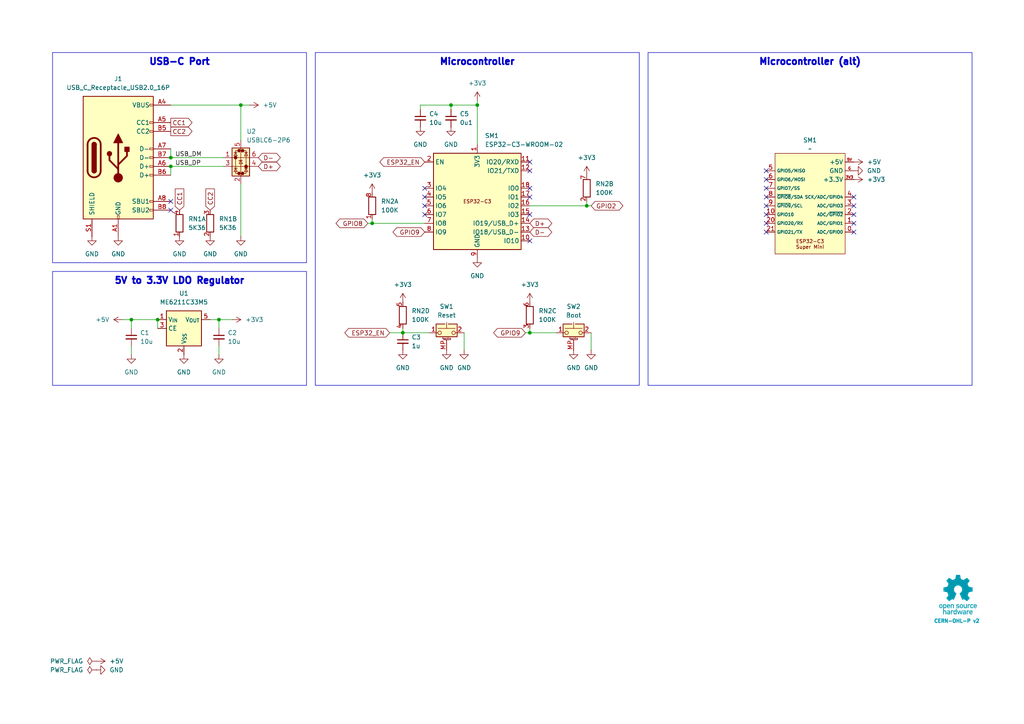
<source format=kicad_sch>
(kicad_sch (version 20231120) (generator "eeschema") (generator_version "8.0")
  (paper "A4")
  (lib_symbols
    (symbol "Device:C_Small" (pin_numbers hide) (pin_names (offset 0.254) hide)
      (property "Reference" "C" (at 0.254 1.778 0))
      (property "Value" "C_Small" (at 0.254 -2.032 0))
      (symbol "C_Small_0_1"
        (polyline (pts (xy -1.524 -0.508) (xy 1.524 -0.508)) (stroke (width 0.3302)))
        (polyline (pts (xy -1.524 0.508) (xy 1.524 0.508)) (stroke (width 0.3048)))
      )
      (symbol "C_Small_1_1"
        (pin passive line (at 0 2.54 270) (length 2.032) (name "~") (number "1"))
        (pin passive line (at 0 -2.54 90) (length 2.032) (name "~") (number "2"))
      )
    )
    (symbol "Device:R_Pack02_Split" (pin_names (offset 0) hide)
      (property "Reference" "RN" (at 2.032 0 90))
      (property "Value" "R_Pack02_Split" (at 0 0 90))
      (symbol "R_Pack02_Split_0_1"
        (rectangle (start 1.016 2.54) (end -1.016 -2.54) (stroke (width 0.254)))
      )
      (symbol "R_Pack02_Split_1_1"
        (pin passive line (at 0 -3.81 90) (length 1.27) (name "R1.1") (number "1"))
        (pin passive line (at 0 3.81 270) (length 1.27) (name "R1.2") (number "4"))
      )
      (symbol "R_Pack02_Split_2_1"
        (pin passive line (at 0 -3.81 90) (length 1.27) (name "R2.1") (number "2"))
        (pin passive line (at 0 3.81 270) (length 1.27) (name "R2.2") (number "3"))
      )
    )
    (symbol "Device:R_Pack04_Split" (pin_names (offset 0) hide)
      (property "Reference" "RN" (at 2.032 0 90))
      (property "Value" "R_Pack04_Split" (at 0 0 90))
      (symbol "R_Pack04_Split_0_1"
        (rectangle (start 1.016 2.54) (end -1.016 -2.54) (stroke (width 0.254)))
      )
      (symbol "R_Pack04_Split_1_1"
        (pin passive line (at 0 -3.81 90) (length 1.27) (name "R1.1") (number "1"))
        (pin passive line (at 0 3.81 270) (length 1.27) (name "R1.2") (number "8"))
      )
      (symbol "R_Pack04_Split_2_1"
        (pin passive line (at 0 -3.81 90) (length 1.27) (name "R2.1") (number "2"))
        (pin passive line (at 0 3.81 270) (length 1.27) (name "R2.2") (number "7"))
      )
      (symbol "R_Pack04_Split_3_1"
        (pin passive line (at 0 -3.81 90) (length 1.27) (name "R3.1") (number "3"))
        (pin passive line (at 0 3.81 270) (length 1.27) (name "R3.2") (number "6"))
      )
      (symbol "R_Pack04_Split_4_1"
        (pin passive line (at 0 -3.81 90) (length 1.27) (name "R4.1") (number "4"))
        (pin passive line (at 0 3.81 270) (length 1.27) (name "R4.2") (number "5"))
      )
    )
    (symbol "Power_Protection:USBLC6-2P6" (pin_names hide)
      (property "Reference" "U" (at 0.635 5.715 0))
      (property "Value" "USBLC6-2P6" (at 0.635 3.81 0))
      (symbol "USBLC6-2P6_0_0"
        (circle (center -1.524 0) (radius 0.0001) (stroke (width 0.508)))
        (circle (center -0.508 -4.572) (radius 0.0001) (stroke (width 0.508)))
        (circle (center -0.508 2.032) (radius 0.0001) (stroke (width 0.508)))
        (circle (center 0.508 -4.572) (radius 0.0001) (stroke (width 0.508)))
        (circle (center 0.508 2.032) (radius 0.0001) (stroke (width 0.508)))
        (circle (center 1.524 -2.54) (radius 0.0001) (stroke (width 0.508)))
      )
      (symbol "USBLC6-2P6_0_1"
        (polyline (pts (xy -2.54 -2.54) (xy 2.54 -2.54)))
        (polyline (pts (xy -2.54 0) (xy 2.54 0)))
        (polyline (pts (xy -2.032 -3.048) (xy -1.016 -3.048)))
        (polyline (pts (xy -1.016 1.524) (xy -2.032 1.524)))
        (polyline (pts (xy 1.016 -3.048) (xy 2.032 -3.048)))
        (polyline (pts (xy 1.016 1.524) (xy 2.032 1.524)))
        (polyline (pts (xy -0.508 -1.143) (xy -0.508 -0.762) (xy 0.508 -0.762)))
        (polyline (pts (xy -2.032 0.508) (xy -1.016 0.508) (xy -1.524 1.524) (xy -2.032 0.508)))
        (polyline (pts (xy -1.016 -4.064) (xy -2.032 -4.064) (xy -1.524 -3.048) (xy -1.016 -4.064)))
        (polyline (pts (xy 0.508 -1.778) (xy -0.508 -1.778) (xy 0 -0.762) (xy 0.508 -1.778)))
        (polyline (pts (xy 2.032 -4.064) (xy 1.016 -4.064) (xy 1.524 -3.048) (xy 2.032 -4.064)))
        (polyline (pts (xy 2.032 0.508) (xy 1.016 0.508) (xy 1.524 1.524) (xy 2.032 0.508)))
        (polyline (pts (xy 0 2.54) (xy -0.508 2.032) (xy 0.508 2.032) (xy 0 1.524) (xy 0 -4.064) (xy -0.508 -4.572) (xy 0.508 -4.572) (xy 0 -5.08)))
      )
      (symbol "USBLC6-2P6_1_1"
        (rectangle (start -2.54 2.794) (end 2.54 -5.334) (stroke (width 0.254)) (fill (type background)))
        (polyline (pts (xy -0.508 2.032) (xy -1.524 2.032) (xy -1.524 -4.572) (xy -0.508 -4.572)))
        (polyline (pts (xy 0.508 -4.572) (xy 1.524 -4.572) (xy 1.524 2.032) (xy 0.508 2.032)))
        (pin passive line (at -5.08 0 0) (length 2.54) (name "I/O1") (number "1"))
        (pin passive line (at 0 -7.62 90) (length 2.54) (name "GND") (number "2"))
        (pin passive line (at -5.08 -2.54 0) (length 2.54) (name "I/O2") (number "3"))
        (pin passive line (at 5.08 -2.54 180) (length 2.54) (name "I/O2") (number "4"))
        (pin passive line (at 0 5.08 270) (length 2.54) (name "VBUS") (number "5"))
        (pin passive line (at 5.08 0 180) (length 2.54) (name "I/O1") (number "6"))
      )
    )
    (symbol "Regulator_Linear:ME6211C33M5"
      (property "Reference" "U" (at -4.572 6.35 0))
      (property "Value" "ME6211C33M5" (at 10.16 8.636 0))
      (symbol "ME6211C33M5_1_1"
        (rectangle (start -5.08 5.08) (end 5.08 -5.08) (stroke (width 0.254)) (fill (type background)))
        (pin power_in line (at -7.62 2.54 0) (length 2.54) (name "V_{IN}") (number "1"))
        (pin power_in line (at 0 -7.62 90) (length 2.54) (name "V_{SS}") (number "2"))
        (pin input line (at -7.62 0 0) (length 2.54) (name "CE") (number "3"))
        (pin no_connect line (at 5.08 0 180) (length 2.54) hide (name "NC") (number "4"))
        (pin power_out line (at 7.62 2.54 180) (length 2.54) (name "V_{OUT}") (number "5"))
      )
    )
    (symbol "connector:USB_C_Receptacle_USB2.0_16P_SHOU-HAN_2MD" (pin_names (offset 1.016))
      (property "Reference" "J" (at 0 22.225 0))
      (property "Value" "USB_C_Receptacle_USB2.0_16P" (at 0 19.685 0))
      (symbol "USB_C_Receptacle_USB2.0_16P_SHOU-HAN_2MD_0_0"
        (rectangle (start -0.254 -17.78) (end 0.254 -16.764))
        (rectangle (start 10.16 -14.986) (end 9.144 -15.494))
        (rectangle (start 10.16 -12.446) (end 9.144 -12.954))
        (rectangle (start 10.16 -4.826) (end 9.144 -5.334))
        (rectangle (start 10.16 -2.286) (end 9.144 -2.794))
        (rectangle (start 10.16 0.254) (end 9.144 -0.254))
        (rectangle (start 10.16 2.794) (end 9.144 2.286))
        (rectangle (start 10.16 7.874) (end 9.144 7.366))
        (rectangle (start 10.16 10.414) (end 9.144 9.906))
        (rectangle (start 10.16 15.494) (end 9.144 14.986))
      )
      (symbol "USB_C_Receptacle_USB2.0_16P_SHOU-HAN_2MD_0_1"
        (rectangle (start -10.16 17.78) (end 10.16 -17.78) (stroke (width 0.254)) (fill (type background)))
        (arc (start -8.89 -3.81) (mid -6.985 -5.7067) (end -5.08 -3.81) (stroke (width 0.508)))
        (arc (start -7.62 -3.81) (mid -6.985 -4.4423) (end -6.35 -3.81) (stroke (width 0.254)))
        (arc (start -7.62 -3.81) (mid -6.985 -4.4423) (end -6.35 -3.81) (stroke (width 0.254)) (fill (type outline)))
        (rectangle (start -7.62 -3.81) (end -6.35 3.81) (stroke (width 0.254)) (fill (type outline)))
        (arc (start -6.35 3.81) (mid -6.985 4.4423) (end -7.62 3.81) (stroke (width 0.254)))
        (arc (start -6.35 3.81) (mid -6.985 4.4423) (end -7.62 3.81) (stroke (width 0.254)) (fill (type outline)))
        (arc (start -5.08 3.81) (mid -6.985 5.7067) (end -8.89 3.81) (stroke (width 0.508)))
        (circle (center -2.54 1.143) (radius 0.635) (stroke (width 0.254)) (fill (type outline)))
        (circle (center 0 -5.842) (radius 1.27) (fill (type outline)))
        (polyline (pts (xy -8.89 -3.81) (xy -8.89 3.81)) (stroke (width 0.508)))
        (polyline (pts (xy -5.08 3.81) (xy -5.08 -3.81)) (stroke (width 0.508)))
        (polyline (pts (xy 0 -5.842) (xy 0 4.318)) (stroke (width 0.508)))
        (polyline (pts (xy 0 -3.302) (xy -2.54 -0.762) (xy -2.54 0.508)) (stroke (width 0.508)))
        (polyline (pts (xy 0 -2.032) (xy 2.54 0.508) (xy 2.54 1.778)) (stroke (width 0.508)))
        (polyline (pts (xy -1.27 4.318) (xy 0 6.858) (xy 1.27 4.318) (xy -1.27 4.318)) (stroke (width 0.254)) (fill (type outline)))
        (rectangle (start 1.905 1.778) (end 3.175 3.048) (stroke (width 0.254)) (fill (type outline)))
      )
      (symbol "USB_C_Receptacle_USB2.0_16P_SHOU-HAN_2MD_1_1"
        (pin passive line (at 0 -22.86 90) (length 5.08) (name "GND") (number "A1"))
        (pin passive line (at 0 -22.86 90) (length 5.08) hide (name "GND") (number "A12"))
        (pin passive line (at 15.24 15.24 180) (length 5.08) (name "VBUS") (number "A4"))
        (pin bidirectional line (at 15.24 10.16 180) (length 5.08) (name "CC1") (number "A5"))
        (pin bidirectional line (at 15.24 -2.54 180) (length 5.08) (name "D+") (number "A6"))
        (pin bidirectional line (at 15.24 2.54 180) (length 5.08) (name "D-") (number "A7"))
        (pin bidirectional line (at 15.24 -12.7 180) (length 5.08) (name "SBU1") (number "A8"))
        (pin passive line (at 15.24 15.24 180) (length 5.08) hide (name "VBUS") (number "A9"))
        (pin passive line (at 0 -22.86 90) (length 5.08) hide (name "GND") (number "B1"))
        (pin passive line (at 0 -22.86 90) (length 5.08) hide (name "GND") (number "B12"))
        (pin passive line (at 15.24 15.24 180) (length 5.08) hide (name "VBUS") (number "B4"))
        (pin bidirectional line (at 15.24 7.62 180) (length 5.08) (name "CC2") (number "B5"))
        (pin bidirectional line (at 15.24 -5.08 180) (length 5.08) (name "D+") (number "B6"))
        (pin bidirectional line (at 15.24 0 180) (length 5.08) (name "D-") (number "B7"))
        (pin bidirectional line (at 15.24 -15.24 180) (length 5.08) (name "SBU2") (number "B8"))
        (pin passive line (at 15.24 15.24 180) (length 5.08) hide (name "VBUS") (number "B9"))
        (pin passive line (at -7.62 -22.86 90) (length 5.08) (name "SHIELD") (number "S1"))
      )
    )
    (symbol "electromechanical:SW_Push_MountingPin" (pin_names (offset 1.016) hide)
      (property "Reference" "SW" (at 4.318 2.032 0))
      (property "Value" "SW_Push_MountingPin" (at 0 4.572 0))
      (symbol "SW_Push_MountingPin_0_1"
        (circle (center -2.032 0) (radius 0.508))
        (polyline (pts (xy 0 1.27) (xy 0 3.048)))
        (polyline (pts (xy 2.54 1.27) (xy -2.54 1.27)))
        (polyline (pts (xy 0.508 2.54) (xy 3.048 2.54) (xy 3.048 -1.143) (xy -3.048 -1.143) (xy -3.048 2.54) (xy -0.508 2.54)) (stroke (width -0.0254)))
        (polyline (pts (xy 0.508 2.54) (xy 3.048 2.54) (xy 3.048 -1.143) (xy -3.048 -1.143) (xy -3.048 2.54) (xy -0.508 2.54)) (stroke (width 0.254)))
        (circle (center 2.032 0) (radius 0.508))
        (pin passive line (at -5.08 0 0) (length 2.54) (name "1") (number "1"))
        (pin passive line (at 5.08 0 180) (length 2.54) (name "2") (number "2"))
      )
      (symbol "SW_Push_MountingPin_1_1"
        (rectangle (start -3.048 2.54) (end 3.048 -1.27) (stroke (width -0.0254)) (fill (type background)))
        (polyline (pts (xy -1.016 -2.032) (xy 1.016 -2.032)) (stroke (width 0.1524)))
        (text "Mounting" (at 0 -1.651 0) (effects (font (size 0.381 0.381))))
        (pin passive line (at 0 -5.08 90) (length 3.048) (name "MountPin") (number "MP"))
      )
    )
    (symbol "module:ESP32-C3-Super-Mini"
      (property "Reference" "SM" (at 0 18.288 0))
      (symbol "ESP32-C3-Super-Mini_0_1"
        (rectangle (start -10.16 13.97) (end 10.16 -15.24) (fill (type background)))
      )
      (symbol "ESP32-C3-Super-Mini_1_1"
        (text_box "ESP32-C3\nSuper Mini" (at -7.62 -10.16 0) (size 15.24 -5.08) (stroke (width -0.0001)) (effects (font (size 1.016 1.016)) (justify top)))
        (pin passive line (at 12.7 -8.89 180) (length 2.54) (name "ADC/GPIO0") (number "0"))
        (pin passive line (at 12.7 -6.35 180) (length 2.54) (name "ADC/GPIO1") (number "1"))
        (pin passive line (at -12.7 -3.81 0) (length 2.54) (name "GPIO10") (number "10"))
        (pin passive line (at 12.7 -3.81 180) (length 2.54) (name "ADC/~{GPIO2}") (number "2"))
        (pin passive line (at -12.7 -6.35 0) (length 2.54) (name "GPIO20/RX") (number "20"))
        (pin passive line (at -12.7 -8.89 0) (length 2.54) (name "GPIO21/TX") (number "21"))
        (pin passive line (at 12.7 -1.27 180) (length 2.54) (name "ADC/GPIO3") (number "3"))
        (pin power_in line (at 12.7 6.35 180) (length 2.54) (name "+3.3V") (number "3V3"))
        (pin passive line (at 12.7 1.27 180) (length 2.54) (name "SCK/ADC/GPIO4") (number "4"))
        (pin passive line (at -12.7 8.89 0) (length 2.54) (name "GPIO5/MISO") (number "5"))
        (pin power_in line (at 12.7 11.43 180) (length 2.54) (name "+5V") (number "5V"))
        (pin passive line (at -12.7 6.35 0) (length 2.54) (name "GPIO6/MOSI") (number "6"))
        (pin passive line (at -12.7 3.81 0) (length 2.54) (name "GPIO7/SS") (number "7"))
        (pin passive line (at -12.7 1.27 0) (length 2.54) (name "~{GPIO8}/SDA") (number "8"))
        (pin passive line (at -12.7 -1.27 0) (length 2.54) (name "~{GPIO9}/SCL") (number "9"))
        (pin power_in line (at 12.7 8.89 180) (length 2.54) (name "GND") (number "G"))
      )
    )
    (symbol "module:ESP32-C3-WROOM-02"
      (property "Reference" "SM" (at -12.192 14.986 0))
      (property "Value" "ESP32-C3-WROOM-02" (at 12.192 14.986 0))
      (symbol "ESP32-C3-WROOM-02_1_1"
        (rectangle (start -12.7 13.97) (end 12.7 -13.97) (stroke (width 0.254)) (fill (type background)))
        (text_box "ESP32-C3" (at -7.62 2.54 0) (size 15.24 -5.08) (stroke (width -0.0001)) (effects (font (size 1.016 1.016))))
        (pin power_in line (at 0 16.51 270) (length 2.54) (name "3V3") (number "1"))
        (pin bidirectional line (at 15.24 -11.43 180) (length 2.54) (name "IO10") (number "10"))
        (pin bidirectional line (at 15.24 11.43 180) (length 2.54) (name "IO20/RXD") (number "11"))
        (pin bidirectional line (at 15.24 8.89 180) (length 2.54) (name "IO21/TXD") (number "12"))
        (pin bidirectional line (at 15.24 -8.89 180) (length 2.54) (name "IO18/USB_D-") (number "13"))
        (pin bidirectional line (at 15.24 -6.35 180) (length 2.54) (name "IO19/USB_D+") (number "14"))
        (pin bidirectional line (at 15.24 -3.81 180) (length 2.54) (name "IO3") (number "15"))
        (pin bidirectional line (at 15.24 -1.27 180) (length 2.54) (name "IO2") (number "16"))
        (pin bidirectional line (at 15.24 1.27 180) (length 2.54) (name "IO1") (number "17"))
        (pin bidirectional line (at 15.24 3.81 180) (length 2.54) (name "IO0") (number "18"))
        (pin passive line (at 0 -16.51 90) (length 2.54) hide (name "GND") (number "19"))
        (pin input line (at -15.24 11.43 0) (length 2.54) (name "EN") (number "2"))
        (pin bidirectional line (at -15.24 3.81 0) (length 2.54) (name "IO4") (number "3"))
        (pin bidirectional line (at -15.24 1.27 0) (length 2.54) (name "IO5") (number "4"))
        (pin bidirectional line (at -15.24 -1.27 0) (length 2.54) (name "IO6") (number "5"))
        (pin bidirectional line (at -15.24 -3.81 0) (length 2.54) (name "IO7") (number "6"))
        (pin bidirectional line (at -15.24 -6.35 0) (length 2.54) (name "IO8") (number "7"))
        (pin bidirectional line (at -15.24 -8.89 0) (length 2.54) (name "IO9") (number "8"))
        (pin power_in line (at 0 -16.51 90) (length 2.54) (name "GND") (number "9"))
      )
    )
    (symbol "power:GND" (power) (pin_numbers hide) (pin_names (offset 0) hide)
      (property "Value" "GND" (at 0 -3.81 0))
      (symbol "GND_0_1"
        (polyline (pts (xy 0 0) (xy 0 -1.27) (xy 1.27 -1.27) (xy 0 -2.54) (xy -1.27 -1.27) (xy 0 -1.27)))
      )
      (symbol "GND_1_1"
        (pin power_in line (at 0 0 270) (length 0) (name "~") (number "1"))
      )
    )
    (symbol "power:PWR_FLAG" (power) (pin_numbers hide) (pin_names (offset 0) hide)
      (property "Value" "PWR_FLAG" (at 0 3.81 0))
      (symbol "PWR_FLAG_0_0"
        (pin power_out line (at 0 0 90) (length 0) (name "~") (number "1"))
      )
      (symbol "PWR_FLAG_0_1"
        (polyline (pts (xy 0 0) (xy 0 1.27) (xy -1.016 1.905) (xy 0 2.54) (xy 1.016 1.905) (xy 0 1.27)))
      )
    )
    (symbol "power:VCC" (power) (pin_numbers hide) (pin_names (offset 0) hide)
      (property "Value" "VCC" (at 0 3.556 0))
      (symbol "VCC_0_1"
        (polyline (pts (xy -0.762 1.27) (xy 0 2.54)))
        (polyline (pts (xy 0 0) (xy 0 2.54)))
        (polyline (pts (xy 0 2.54) (xy 0.762 1.27)))
      )
      (symbol "VCC_1_1"
        (pin power_in line (at 0 0 90) (length 0) (name "~") (number "1"))
      )
    )
  )
  (junction (at 153.67 96.52))
  (junction (at 116.84 96.52))
  (junction (at 130.81 30.48))
  (junction (at 38.1 92.71))
  (junction (at 69.85 30.48))
  (junction (at 49.53 48.26))
  (junction (at 63.5 92.71))
  (junction (at 138.43 30.48))
  (junction (at 45.72 92.71))
  (junction (at 49.53 45.72))
  (junction (at 107.95 64.77))
  (junction (at 170.18 59.69))
  (no_connect (at 153.67 69.85))
  (no_connect (at 247.65 62.23))
  (no_connect (at 153.67 49.53))
  (no_connect (at 49.53 58.42))
  (no_connect (at 153.67 57.15))
  (no_connect (at 153.67 46.99))
  (no_connect (at 123.19 59.69))
  (no_connect (at 247.65 57.15))
  (no_connect (at 222.25 49.53))
  (no_connect (at 49.53 60.96))
  (no_connect (at 222.25 62.23))
  (no_connect (at 222.25 67.31))
  (no_connect (at 153.67 62.23))
  (no_connect (at 222.25 59.69))
  (no_connect (at 247.65 64.77))
  (no_connect (at 123.19 54.61))
  (no_connect (at 222.25 52.07))
  (no_connect (at 222.25 64.77))
  (no_connect (at 247.65 67.31))
  (no_connect (at 153.67 54.61))
  (no_connect (at 222.25 57.15))
  (no_connect (at 247.65 59.69))
  (no_connect (at 123.19 57.15))
  (no_connect (at 222.25 54.61))
  (no_connect (at 123.19 62.23))
  (wire (pts (xy 113.03 96.52) (xy 116.84 96.52)))
  (wire (pts (xy 138.43 30.48) (xy 138.43 41.91)))
  (wire (pts (xy 69.85 68.58) (xy 69.85 53.34)))
  (wire (pts (xy 64.77 45.72) (xy 49.53 45.72)))
  (wire (pts (xy 116.84 95.25) (xy 116.84 96.52)))
  (wire (pts (xy 153.67 59.69) (xy 170.18 59.69)))
  (wire (pts (xy 72.39 30.48) (xy 69.85 30.48)))
  (wire (pts (xy 106.68 64.77) (xy 107.95 64.77)))
  (wire (pts (xy 170.18 58.42) (xy 170.18 59.69)))
  (wire (pts (xy 38.1 100.33) (xy 38.1 102.87)))
  (wire (pts (xy 130.81 30.48) (xy 138.43 30.48)))
  (wire (pts (xy 63.5 100.33) (xy 63.5 102.87)))
  (wire (pts (xy 49.53 30.48) (xy 69.85 30.48)))
  (wire (pts (xy 63.5 95.25) (xy 63.5 92.71)))
  (wire (pts (xy 69.85 30.48) (xy 69.85 40.64)))
  (wire (pts (xy 38.1 92.71) (xy 35.56 92.71)))
  (wire (pts (xy 45.72 92.71) (xy 45.72 95.25)))
  (wire (pts (xy 170.18 59.69) (xy 171.45 59.69)))
  (wire (pts (xy 38.1 95.25) (xy 38.1 92.71)))
  (wire (pts (xy 121.92 30.48) (xy 130.81 30.48)))
  (wire (pts (xy 116.84 96.52) (xy 124.46 96.52)))
  (wire (pts (xy 121.92 31.75) (xy 121.92 30.48)))
  (wire (pts (xy 171.45 101.6) (xy 171.45 96.52)))
  (wire (pts (xy 107.95 64.77) (xy 123.19 64.77)))
  (wire (pts (xy 38.1 92.71) (xy 45.72 92.71)))
  (wire (pts (xy 64.77 48.26) (xy 49.53 48.26)))
  (wire (pts (xy 134.62 101.6) (xy 134.62 96.52)))
  (wire (pts (xy 49.53 48.26) (xy 49.53 50.8)))
  (wire (pts (xy 67.31 92.71) (xy 63.5 92.71)))
  (wire (pts (xy 130.81 30.48) (xy 130.81 31.75)))
  (wire (pts (xy 153.67 96.52) (xy 161.29 96.52)))
  (wire (pts (xy 153.67 95.25) (xy 153.67 96.52)))
  (wire (pts (xy 49.53 43.18) (xy 49.53 45.72)))
  (wire (pts (xy 138.43 30.48) (xy 138.43 29.21)))
  (wire (pts (xy 107.95 63.5) (xy 107.95 64.77)))
  (wire (pts (xy 152.4 96.52) (xy 153.67 96.52)))
  (wire (pts (xy 63.5 92.71) (xy 60.96 92.71)))
  (image (at 277.876 172.466) (scale 0.1691))
  (text_box "5V to 3.3V LDO Regulator" (at 15.24 78.74 0) (size 73.66 33.02) (effects (font (size 1.905 1.905) (thickness 0.508) (bold yes)) (justify top)))
  (text_box "USB-C Port" (at 15.24 15.24 0) (size 73.66 60.96) (effects (font (size 1.905 1.905) (thickness 0.508) (bold yes)) (justify top)))
  (text_box "Microcontroller" (at 91.44 15.24 0) (size 93.98 96.52) (effects (font (size 1.905 1.905) (thickness 0.508) (bold yes)) (justify top)))
  (text_box "Microcontroller (alt)" (at 187.96 15.24 0) (size 93.98 96.52) (effects (font (size 1.905 1.905) (thickness 0.508) (bold yes)) (justify top)))
  (text "CERN-OHL-P v2" (at 277.495 180.34 0) (effects (font (size 1.016 1.016) (thickness 0.4) (bold yes))))
  (label "USB_DM" (at 50.8 45.72 0))
  (label "USB_DP" (at 50.8 48.26 0))
  (global_label "GPIO9" (shape bidirectional) (at 152.4 96.52 180) (property "Intersheetrefs" "${INTERSHEET_REFS}" (effects (hide yes))))
  (global_label "CC1" (shape input) (at 52.07 60.96 90) (property "Intersheetrefs" "${INTERSHEET_REFS}" (effects (hide yes))))
  (global_label "CC1" (shape output) (at 49.53 35.56 0) (property "Intersheetrefs" "${INTERSHEET_REFS}" (effects (hide yes))))
  (global_label "GPIO2" (shape bidirectional) (at 171.45 59.69 0) (property "Intersheetrefs" "${INTERSHEET_REFS}" (effects (hide yes))))
  (global_label "CC2" (shape output) (at 49.53 38.1 0) (property "Intersheetrefs" "${INTERSHEET_REFS}" (effects (hide yes))))
  (global_label "ESP32_EN" (shape bidirectional) (at 113.03 96.52 180) (property "Intersheetrefs" "${INTERSHEET_REFS}" (effects (hide yes))))
  (global_label "GPIO8" (shape bidirectional) (at 106.68 64.77 180) (property "Intersheetrefs" "${INTERSHEET_REFS}" (effects (hide yes))))
  (global_label "D-" (shape bidirectional) (at 153.67 67.31 0) (property "Intersheetrefs" "${INTERSHEET_REFS}" (effects (hide yes))))
  (global_label "ESP32_EN" (shape bidirectional) (at 123.19 46.99 180) (property "Intersheetrefs" "${INTERSHEET_REFS}" (effects (hide yes))))
  (global_label "GPIO9" (shape bidirectional) (at 123.19 67.31 180) (property "Intersheetrefs" "${INTERSHEET_REFS}" (effects (hide yes))))
  (global_label "D+" (shape bidirectional) (at 153.67 64.77 0) (property "Intersheetrefs" "${INTERSHEET_REFS}" (effects (hide yes))))
  (global_label "CC2" (shape input) (at 60.96 60.96 90) (property "Intersheetrefs" "${INTERSHEET_REFS}" (effects (hide yes))))
  (global_label "D-" (shape bidirectional) (at 74.93 45.72 0) (property "Intersheetrefs" "${INTERSHEET_REFS}" (effects (hide yes))))
  (global_label "D+" (shape bidirectional) (at 74.93 48.26 0) (property "Intersheetrefs" "${INTERSHEET_REFS}" (effects (hide yes))))
  (symbol (lib_id "Device:C_Small") (at 130.81 34.29 0) (unit 1)
    (property "Reference" "C5" (at 133.35 33.0262 0) (effects (justify left)))
    (property "Value" "0u1" (at 133.35 35.5662 0) (effects (justify left)))
    (property "Footprint" "discrete:C_0402_1005Metric" (effects (hide yes)))
    (property "Description" "Unpolarized capacitor, small symbol" (effects (hide yes)))
  )
  (symbol (lib_id "power:GND") (at 69.85 68.58 0) (unit 1)
    (property "Reference" "#PWR013" (effects (hide yes)))
    (property "Value" "GND" (at 69.85 73.66 0))
    (property "Description" "Power symbol creates a global label with name \"GND\" , ground" (effects (hide yes)))
  )
  (symbol (lib_id "power:VCC") (at 170.18 50.8 0) (unit 1)
    (property "Reference" "#PWR026" (effects (hide yes)))
    (property "Value" "+3V3" (at 170.18 45.72 0))
    (property "Description" "Power symbol creates a global label with name \"VCC\"" (effects (hide yes)))
  )
  (symbol (lib_id "power:VCC") (at 35.56 92.71 90) (unit 1)
    (property "Reference" "#PWR06" (effects (hide yes)))
    (property "Value" "+5V" (at 31.75 92.7099 90) (effects (justify left)))
    (property "Description" "Power symbol creates a global label with name \"VCC\"" (effects (hide yes)))
  )
  (symbol (lib_id "power:GND") (at 171.45 101.6 0) (unit 1)
    (property "Reference" "#PWR027" (effects (hide yes)))
    (property "Value" "GND" (at 171.45 106.68 0))
    (property "Description" "Power symbol creates a global label with name \"GND\" , ground" (effects (hide yes)))
  )
  (symbol (lib_id "Device:C_Small") (at 38.1 97.79 0) (unit 1)
    (property "Reference" "C1" (at 40.64 96.5262 0) (effects (justify left)))
    (property "Value" "10u" (at 40.64 99.0662 0) (effects (justify left)))
    (property "Footprint" "discrete:C_0402_1005Metric" (effects (hide yes)))
    (property "Description" "Unpolarized capacitor, small symbol" (effects (hide yes)))
  )
  (symbol (lib_id "power:GND") (at 63.5 102.87 0) (unit 1)
    (property "Reference" "#PWR011" (effects (hide yes)))
    (property "Value" "GND" (at 63.5 107.95 0))
    (property "Description" "Power symbol creates a global label with name \"GND\" , ground" (effects (hide yes)))
  )
  (symbol (lib_id "module:ESP32-C3-Super-Mini") (at 234.95 58.42 0) (unit 1)
    (property "Reference" "SM1" (at 234.95 40.64 0))
    (property "Value" "~" (at 234.95 43.18 0))
    (property "Footprint" "module:ESP32-C3-Super-Mini-Pins" (effects (hide yes)))
  )
  (symbol (lib_id "power:GND") (at 38.1 102.87 0) (unit 1)
    (property "Reference" "#PWR07" (effects (hide yes)))
    (property "Value" "GND" (at 38.1 107.95 0))
    (property "Description" "Power symbol creates a global label with name \"GND\" , ground" (effects (hide yes)))
  )
  (symbol (lib_id "power:GND") (at 121.92 36.83 0) (unit 1)
    (property "Reference" "#PWR018" (effects (hide yes)))
    (property "Value" "GND" (at 121.92 41.91 0))
    (property "Description" "Power symbol creates a global label with name \"GND\" , ground" (effects (hide yes)))
  )
  (symbol (lib_id "Regulator_Linear:ME6211C33M5") (at 53.34 95.25 0) (unit 1)
    (property "Reference" "U1" (at 53.34 85.09 0))
    (property "Value" "ME6211C33M5" (at 53.34 87.63 0))
    (property "Footprint" "Package_TO_SOT_SMD:SOT-23-5" (effects (hide yes)))
    (property "Datasheet" "https://www.lcsc.com/datasheet/lcsc_datasheet_2304140030_MICRONE-Nanjing-Micro-One-Elec-ME6211C33R5G_C235316.pdf" (effects (hide yes)))
    (property "Description" "500mA low dropout linear regulator, shutdown pin, 6.5V max input voltage, 3.3V fixed positive output, SOT-23-5" (effects (hide yes)))
  )
  (symbol (lib_id "power:GND") (at 166.37 101.6 0) (unit 1)
    (property "Reference" "#PWR025" (effects (hide yes)))
    (property "Value" "GND" (at 166.37 106.68 0))
    (property "Description" "Power symbol creates a global label with name \"GND\" , ground" (effects (hide yes)))
  )
  (symbol (lib_id "electromechanical:SW_Push_MountingPin") (at 166.37 96.52 0) (unit 1)
    (property "Reference" "SW2" (at 166.37 88.9 0))
    (property "Value" "Boot" (at 166.37 91.44 0))
    (property "Footprint" "electromechanical:SW_Push_1P1T_NO_3.3x3.3mm_MP" (effects (hide yes)))
    (property "Description" "Generic push-button switch, two contact pins and mounting pin(s)" (effects (hide yes)))
  )
  (symbol (lib_id "power:VCC") (at 247.65 46.99 270) (unit 1)
    (property "Reference" "#PWR028" (effects (hide yes)))
    (property "Value" "+5V" (at 251.46 46.9899 90) (effects (justify left)))
    (property "Description" "Power symbol creates a global label with name \"VCC\"" (effects (hide yes)))
  )
  (symbol (lib_id "power:VCC") (at 247.65 52.07 270) (unit 1)
    (property "Reference" "#PWR01" (effects (hide yes)))
    (property "Value" "+3V3" (at 251.46 52.0699 90) (effects (justify left)))
    (property "Description" "Power symbol creates a global label with name \"VCC\"" (effects (hide yes)))
  )
  (symbol (lib_id "connector:USB_C_Receptacle_USB2.0_16P_SHOU-HAN_2MD") (at 34.29 45.72 0) (unit 1)
    (property "Reference" "J1" (at 34.29 22.86 0))
    (property "Value" "USB_C_Receptacle_USB2.0_16P" (at 34.29 25.4 0))
    (property "Footprint" "connector:USB_C_Receptacle_GCT_USB4105-xx-A_16P_TopMnt_Horizontal" (effects (hide yes)))
    (property "Datasheet" "https://www.lcsc.com/datasheet/lcsc_datasheet_2111231930_SHOU-HAN-TYPE-C-16PIN-2MD-073_C2765186.pdf" (effects (hide yes)))
    (property "Description" "USB 2.0-only 16P Type-C Receptacle connector, 5 amps" (effects (hide yes)))
    (property "LCSC Part" "C2765186" (effects (hide yes)))
  )
  (symbol (lib_id "power:GND") (at 27.94 194.31 90) (unit 1)
    (property "Reference" "#PWR02" (effects (hide yes)))
    (property "Value" "GND" (at 31.75 194.3099 90) (effects (justify right)))
    (property "Description" "Power symbol creates a global label with name \"GND\" , ground" (effects (hide yes)))
  )
  (symbol (lib_id "power:GND") (at 247.65 49.53 90) (unit 1)
    (property "Reference" "#PWR029" (effects (hide yes)))
    (property "Value" "GND" (at 251.46 49.5299 90) (effects (justify right)))
    (property "Description" "Power symbol creates a global label with name \"GND\" , ground" (effects (hide yes)))
  )
  (symbol (lib_id "power:GND") (at 138.43 74.93 0) (unit 1)
    (property "Reference" "#PWR023" (effects (hide yes)))
    (property "Value" "GND" (at 138.43 80.01 0))
    (property "Description" "Power symbol creates a global label with name \"GND\" , ground" (effects (hide yes)))
  )
  (symbol (lib_id "power:VCC") (at 67.31 92.71 270) (unit 1)
    (property "Reference" "#PWR012" (effects (hide yes)))
    (property "Value" "+3V3" (at 71.12 92.7099 90) (effects (justify left)))
    (property "Description" "Power symbol creates a global label with name \"VCC\"" (effects (hide yes)))
  )
  (symbol (lib_id "power:GND") (at 134.62 101.6 0) (unit 1)
    (property "Reference" "#PWR021" (effects (hide yes)))
    (property "Value" "GND" (at 134.62 106.68 0))
    (property "Description" "Power symbol creates a global label with name \"GND\" , ground" (effects (hide yes)))
  )
  (symbol (lib_id "Device:R_Pack04_Split") (at 116.84 91.44 0) (unit 4)
    (property "Reference" "RN2" (at 119.38 90.1699 0) (effects (justify left)))
    (property "Value" "100K" (at 119.38 92.7099 0) (effects (justify left)))
    (property "Footprint" "Resistor_SMD:R_Array_Convex_4x0402" (effects (hide yes)))
    (property "Description" "4 resistor network, parallel topology, split" (effects (hide yes)))
  )
  (symbol (lib_id "power:VCC") (at 27.94 191.77 270) (unit 1)
    (property "Reference" "#PWR03" (effects (hide yes)))
    (property "Value" "+5V" (at 31.75 191.7699 90) (effects (justify left)))
    (property "Description" "Power symbol creates a global label with name \"VCC\"" (effects (hide yes)))
  )
  (symbol (lib_id "Device:R_Pack02_Split") (at 60.96 64.77 0) (unit 2)
    (property "Reference" "RN1" (at 63.5 63.4999 0) (effects (justify left)))
    (property "Value" "5K36" (at 63.5 66.0399 0) (effects (justify left)))
    (property "Footprint" "Resistor_SMD:R_Array_Convex_2x0402" (effects (hide yes)))
    (property "Description" "2 resistor network, parallel topology, split" (effects (hide yes)))
  )
  (symbol (lib_id "power:VCC") (at 153.67 87.63 0) (unit 1)
    (property "Reference" "#PWR024" (effects (hide yes)))
    (property "Value" "+3V3" (at 153.67 82.55 0))
    (property "Description" "Power symbol creates a global label with name \"VCC\"" (effects (hide yes)))
  )
  (symbol (lib_id "power:PWR_FLAG") (at 27.94 191.77 90) (unit 1)
    (property "Reference" "#FLG03" (effects (hide yes)))
    (property "Value" "PWR_FLAG" (at 24.13 191.7699 90) (effects (justify left)))
    (property "Description" "Special symbol for telling ERC where power comes from" (effects (hide yes)))
  )
  (symbol (lib_id "power:GND") (at 130.81 36.83 0) (unit 1)
    (property "Reference" "#PWR020" (effects (hide yes)))
    (property "Value" "GND" (at 130.81 41.91 0))
    (property "Description" "Power symbol creates a global label with name \"GND\" , ground" (effects (hide yes)))
  )
  (symbol (lib_id "power:GND") (at 34.29 68.58 0) (unit 1)
    (property "Reference" "#PWR05" (effects (hide yes)))
    (property "Value" "GND" (at 34.29 73.66 0))
    (property "Description" "Power symbol creates a global label with name \"GND\" , ground" (effects (hide yes)))
  )
  (symbol (lib_id "power:GND") (at 52.07 68.58 0) (unit 1)
    (property "Reference" "#PWR08" (effects (hide yes)))
    (property "Value" "GND" (at 52.07 73.66 0))
    (property "Description" "Power symbol creates a global label with name \"GND\" , ground" (effects (hide yes)))
  )
  (symbol (lib_id "module:ESP32-C3-WROOM-02") (at 138.43 58.42 0) (unit 1)
    (property "Reference" "SM1" (at 140.6241 39.37 0) (effects (justify left)))
    (property "Value" "ESP32-C3-WROOM-02" (at 140.6241 41.91 0) (effects (justify left)))
    (property "Footprint" "module:ESP32-C3-WROOM-02" (effects (hide yes)))
    (property "Datasheet" "https://www.espressif.com/sites/default/files/documentation/esp32-c3-wroom-02_datasheet_en.pdf" (effects (hide yes)))
    (property "Description" "802.11 b/g/n Wi­Fi and Bluetooth 5 module, ESP32­C3 SoC, RISC­V microprocessor, On-board antenna" (effects (hide yes)))
  )
  (symbol (lib_id "Device:C_Small") (at 63.5 97.79 0) (unit 1)
    (property "Reference" "C2" (at 66.04 96.5262 0) (effects (justify left)))
    (property "Value" "10u" (at 66.04 99.0662 0) (effects (justify left)))
    (property "Footprint" "discrete:C_0402_1005Metric" (effects (hide yes)))
    (property "Description" "Unpolarized capacitor, small symbol" (effects (hide yes)))
  )
  (symbol (lib_id "power:VCC") (at 72.39 30.48 270) (unit 1)
    (property "Reference" "#PWR014" (effects (hide yes)))
    (property "Value" "+5V" (at 76.2 30.4799 90) (effects (justify left)))
    (property "Description" "Power symbol creates a global label with name \"VCC\"" (effects (hide yes)))
  )
  (symbol (lib_id "power:GND") (at 60.96 68.58 0) (unit 1)
    (property "Reference" "#PWR010" (effects (hide yes)))
    (property "Value" "GND" (at 60.96 73.66 0))
    (property "Description" "Power symbol creates a global label with name \"GND\" , ground" (effects (hide yes)))
  )
  (symbol (lib_id "power:GND") (at 116.84 101.6 0) (unit 1)
    (property "Reference" "#PWR017" (effects (hide yes)))
    (property "Value" "GND" (at 116.84 106.68 0))
    (property "Description" "Power symbol creates a global label with name \"GND\" , ground" (effects (hide yes)))
  )
  (symbol (lib_id "Device:R_Pack04_Split") (at 170.18 54.61 0) (unit 2)
    (property "Reference" "RN2" (at 172.72 53.3399 0) (effects (justify left)))
    (property "Value" "100K" (at 172.72 55.8799 0) (effects (justify left)))
    (property "Footprint" "Resistor_SMD:R_Array_Convex_4x0402" (effects (hide yes)))
    (property "Description" "4 resistor network, parallel topology, split" (effects (hide yes)))
  )
  (symbol (lib_id "Power_Protection:USBLC6-2P6") (at 69.85 45.72 0) (unit 1)
    (property "Reference" "U2" (at 71.5011 38.1 0) (effects (justify left)))
    (property "Value" "USBLC6-2P6" (at 71.5011 40.64 0) (effects (justify left)))
    (property "Footprint" "Package_TO_SOT_SMD:SOT-666" (effects (hide yes)))
    (property "Datasheet" "https://www.st.com/resource/en/datasheet/usblc6-2.pdf" (effects (hide yes)))
    (property "Description" "Very low capacitance ESD protection diode, 2 data-line, SOT-666" (effects (hide yes)))
  )
  (symbol (lib_id "power:GND") (at 26.67 68.58 0) (unit 1)
    (property "Reference" "#PWR04" (effects (hide yes)))
    (property "Value" "GND" (at 26.67 73.66 0))
    (property "Description" "Power symbol creates a global label with name \"GND\" , ground" (effects (hide yes)))
  )
  (symbol (lib_id "power:VCC") (at 116.84 87.63 0) (unit 1)
    (property "Reference" "#PWR016" (effects (hide yes)))
    (property "Value" "+3V3" (at 116.84 82.55 0))
    (property "Description" "Power symbol creates a global label with name \"VCC\"" (effects (hide yes)))
  )
  (symbol (lib_id "power:VCC") (at 138.43 29.21 0) (unit 1)
    (property "Reference" "#PWR022" (effects (hide yes)))
    (property "Value" "+3V3" (at 138.43 24.13 0))
    (property "Description" "Power symbol creates a global label with name \"VCC\"" (effects (hide yes)))
  )
  (symbol (lib_id "Device:R_Pack04_Split") (at 107.95 59.69 0) (unit 1)
    (property "Reference" "RN2" (at 110.49 58.4199 0) (effects (justify left)))
    (property "Value" "100K" (at 110.49 60.9599 0) (effects (justify left)))
    (property "Footprint" "Resistor_SMD:R_Array_Convex_4x0402" (effects (hide yes)))
    (property "Description" "4 resistor network, parallel topology, split" (effects (hide yes)))
  )
  (symbol (lib_id "power:PWR_FLAG") (at 27.94 194.31 90) (unit 1)
    (property "Reference" "#FLG02" (effects (hide yes)))
    (property "Value" "PWR_FLAG" (at 24.13 194.3099 90) (effects (justify left)))
    (property "Description" "Special symbol for telling ERC where power comes from" (effects (hide yes)))
  )
  (symbol (lib_id "power:GND") (at 129.54 101.6 0) (unit 1)
    (property "Reference" "#PWR019" (effects (hide yes)))
    (property "Value" "GND" (at 129.54 106.68 0))
    (property "Description" "Power symbol creates a global label with name \"GND\" , ground" (effects (hide yes)))
  )
  (symbol (lib_id "power:VCC") (at 107.95 55.88 0) (unit 1)
    (property "Reference" "#PWR015" (effects (hide yes)))
    (property "Value" "+3V3" (at 107.95 50.8 0))
    (property "Description" "Power symbol creates a global label with name \"VCC\"" (effects (hide yes)))
  )
  (symbol (lib_id "Device:C_Small") (at 116.84 99.06 0) (unit 1)
    (property "Reference" "C3" (at 119.38 97.7962 0) (effects (justify left)))
    (property "Value" "1u" (at 119.38 100.3362 0) (effects (justify left)))
    (property "Footprint" "discrete:C_0402_1005Metric" (effects (hide yes)))
    (property "Description" "Unpolarized capacitor, small symbol" (effects (hide yes)))
  )
  (symbol (lib_id "Device:R_Pack02_Split") (at 52.07 64.77 0) (unit 1)
    (property "Reference" "RN1" (at 54.61 63.4999 0) (effects (justify left)))
    (property "Value" "5K36" (at 54.61 66.0399 0) (effects (justify left)))
    (property "Footprint" "Resistor_SMD:R_Array_Convex_2x0402" (effects (hide yes)))
    (property "Description" "2 resistor network, parallel topology, split" (effects (hide yes)))
  )
  (symbol (lib_id "Device:R_Pack04_Split") (at 153.67 91.44 0) (unit 3)
    (property "Reference" "RN2" (at 156.21 90.1699 0) (effects (justify left)))
    (property "Value" "100K" (at 156.21 92.7099 0) (effects (justify left)))
    (property "Footprint" "Resistor_SMD:R_Array_Convex_4x0402" (effects (hide yes)))
    (property "Description" "4 resistor network, parallel topology, split" (effects (hide yes)))
  )
  (symbol (lib_id "electromechanical:SW_Push_MountingPin") (at 129.54 96.52 0) (unit 1)
    (property "Reference" "SW1" (at 129.54 88.9 0))
    (property "Value" "Reset" (at 129.54 91.44 0))
    (property "Footprint" "electromechanical:SW_Push_1P1T-MP_NO_4.6x3mm_Horizontal" (effects (hide yes)))
    (property "Description" "Generic push-button switch, two contact pins and mounting pin(s)" (effects (hide yes)))
  )
  (symbol (lib_id "power:GND") (at 53.34 102.87 0) (unit 1)
    (property "Reference" "#PWR09" (effects (hide yes)))
    (property "Value" "GND" (at 53.34 107.95 0))
    (property "Description" "Power symbol creates a global label with name \"GND\" , ground" (effects (hide yes)))
  )
  (symbol (lib_id "Device:C_Small") (at 121.92 34.29 0) (unit 1)
    (property "Reference" "C4" (at 124.46 33.0262 0) (effects (justify left)))
    (property "Value" "10u" (at 124.46 35.5662 0) (effects (justify left)))
    (property "Footprint" "discrete:C_0402_1005Metric" (effects (hide yes)))
    (property "Description" "Unpolarized capacitor, small symbol" (effects (hide yes)))
  )
)
</source>
